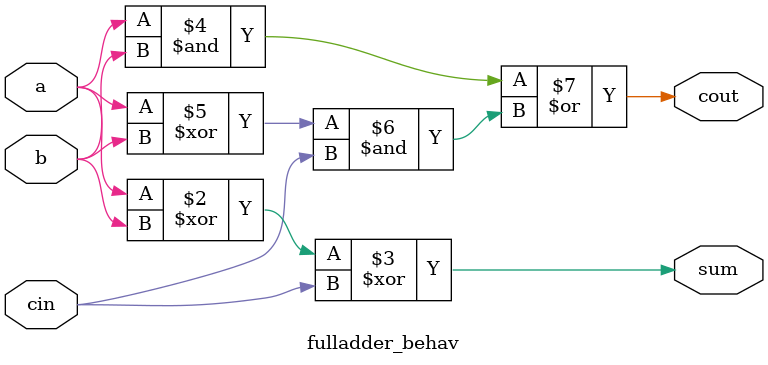
<source format=v>
module fulladder_behav(sum,cout,a,b,cin);
input a,b,cin;
output reg sum,cout;
always @(*)begin
sum=a^b^cin;
cout=(a&b)|((a^b)&cin);
end 
endmodule

</source>
